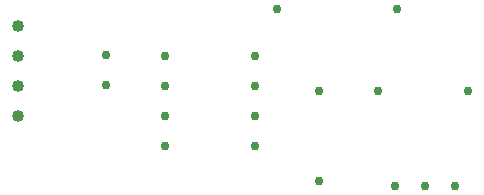
<source format=gbr>
G04 PROTEUS GERBER X2 FILE*
%TF.GenerationSoftware,Labcenter,Proteus,8.6-SP2-Build23525*%
%TF.CreationDate,2024-05-25T15:53:27+00:00*%
%TF.FileFunction,Plated,0,2,PTH*%
%TF.FilePolarity,Positive*%
%TF.Part,Single*%
%FSLAX45Y45*%
%MOMM*%
G01*
%TA.AperFunction,ComponentDrill*%
%ADD14C,0.762000*%
%TA.AperFunction,ComponentDrill*%
%ADD15C,1.016000*%
%TD.AperFunction*%
D14*
X-800000Y+600000D03*
X-1308000Y+600000D03*
X-1054000Y+600000D03*
X-3250000Y+1700000D03*
X-3250000Y+1446000D03*
X-3250000Y+1192000D03*
X-3250000Y+938000D03*
X-2488000Y+938000D03*
X-2488000Y+1192000D03*
X-2488000Y+1446000D03*
X-2488000Y+1700000D03*
X-3750000Y+1450000D03*
X-3750000Y+1704000D03*
X-1450000Y+1400000D03*
X-688000Y+1400000D03*
X-1950000Y+638000D03*
X-1950000Y+1400000D03*
X-2300000Y+2100000D03*
X-1284000Y+2100000D03*
D15*
X-4500000Y+1950000D03*
X-4500000Y+1696000D03*
X-4500000Y+1442000D03*
X-4500000Y+1188000D03*
M02*

</source>
